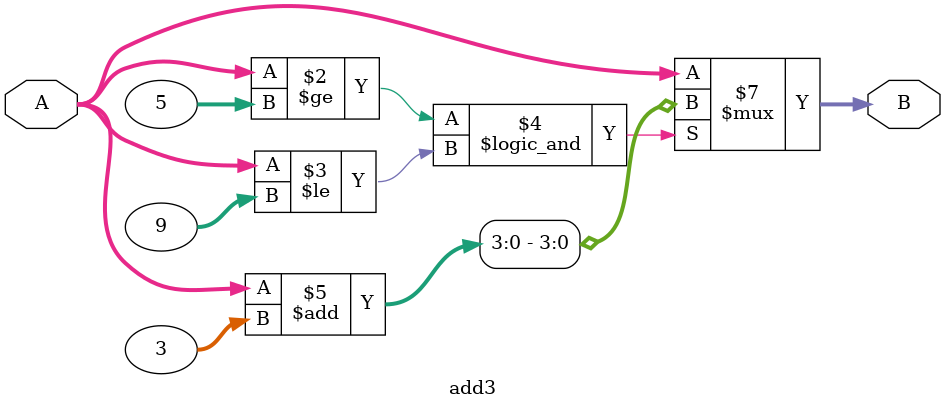
<source format=v>
module add3(input [3:0] A, output reg [3:0] B);//4bit input A¿Í 4bit register B·Î ÀÌ·ç¾îÁø add3 ¸ðµâÀ» ¼±¾ðÇÏ¶ó
    always @(*)begin//always blockÀ» ½ÃÀÛÇÏ¶ó
        if(A>=5 && A<=9)begin//A°¡ 5ÀÌ»óÀÌ°Å³ª A°¡ 9ÀÌÇÏ¸é if¹®À» ½ÃÀÛÇÏ¶ó
            B = A+3;//B¿¡ A+3À» ÇÒ´çÇÏ¶ó
        end//if¹®À» Á¾·áÇÏ¶ó
        else begin//Á¶°Ç¿¡ ¾È ¸ÂÀ¸¸é ½ÃÇàÇÏ¶ó
            B = A;//B¿¡ A¸¦ ÇÒ´çÇÏ¶ó
        end//else¹®À» Á¾·áÇÏ¶ó
    end//always¹®À» Á¾·áÇÏ¶ó
endmodule//add3 ¸ðµâÀ» Á¾·áÇÏ¶ó
</source>
